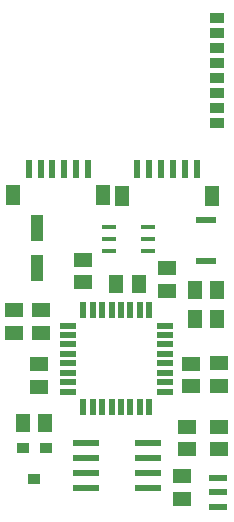
<source format=gtp>
G75*
%MOIN*%
%OFA0B0*%
%FSLAX25Y25*%
%IPPOS*%
%LPD*%
%AMOC8*
5,1,8,0,0,1.08239X$1,22.5*
%
%ADD10R,0.02362X0.06102*%
%ADD11R,0.04724X0.07087*%
%ADD12R,0.05118X0.05906*%
%ADD13R,0.05906X0.05118*%
%ADD14R,0.06693X0.02362*%
%ADD15R,0.05000X0.03543*%
%ADD16R,0.02000X0.05800*%
%ADD17R,0.05800X0.02000*%
%ADD18R,0.08661X0.02362*%
%ADD19R,0.03937X0.03543*%
%ADD20R,0.03937X0.09055*%
%ADD21R,0.04756X0.01575*%
%ADD22R,0.05906X0.01969*%
D10*
X0012903Y0120846D03*
X0016840Y0120846D03*
X0020777Y0120846D03*
X0024714Y0120846D03*
X0028651Y0120846D03*
X0032588Y0120846D03*
X0049146Y0120742D03*
X0053083Y0120742D03*
X0057020Y0120742D03*
X0060957Y0120742D03*
X0064894Y0120742D03*
X0068831Y0120742D03*
D11*
X0073949Y0111982D03*
X0044028Y0111982D03*
X0037706Y0112086D03*
X0007785Y0112086D03*
D12*
X0042073Y0082652D03*
X0049553Y0082652D03*
X0068195Y0080596D03*
X0075675Y0080596D03*
X0075677Y0070660D03*
X0068197Y0070660D03*
X0018432Y0035996D03*
X0010952Y0035996D03*
D13*
X0016194Y0048302D03*
X0016194Y0055782D03*
X0017070Y0066201D03*
X0008134Y0066276D03*
X0008134Y0073757D03*
X0017070Y0073681D03*
X0031097Y0083161D03*
X0031097Y0090641D03*
X0059130Y0087735D03*
X0059130Y0080254D03*
X0066988Y0055943D03*
X0076238Y0056024D03*
X0076238Y0048543D03*
X0066988Y0048463D03*
X0065697Y0034837D03*
X0076425Y0034827D03*
X0076425Y0027347D03*
X0065697Y0027357D03*
X0063880Y0018334D03*
X0063880Y0010854D03*
D14*
X0072153Y0089994D03*
X0072153Y0103774D03*
D15*
X0075719Y0136234D03*
X0075719Y0141234D03*
X0075719Y0146234D03*
X0075719Y0151234D03*
X0075719Y0156234D03*
X0075719Y0161234D03*
X0075719Y0166234D03*
X0075719Y0171234D03*
D16*
X0053102Y0073857D03*
X0050002Y0073857D03*
X0046802Y0073857D03*
X0043702Y0073857D03*
X0040502Y0073857D03*
X0037402Y0073857D03*
X0034202Y0073857D03*
X0031102Y0073857D03*
X0031102Y0041457D03*
X0034202Y0041457D03*
X0037402Y0041457D03*
X0040502Y0041457D03*
X0043702Y0041457D03*
X0046802Y0041457D03*
X0050002Y0041457D03*
X0053102Y0041457D03*
D17*
X0058302Y0046657D03*
X0058302Y0049757D03*
X0058302Y0052957D03*
X0058302Y0056057D03*
X0058302Y0059257D03*
X0058302Y0062357D03*
X0058302Y0065557D03*
X0058302Y0068657D03*
X0025902Y0068657D03*
X0025902Y0065557D03*
X0025902Y0062357D03*
X0025902Y0059257D03*
X0025902Y0056057D03*
X0025902Y0052957D03*
X0025902Y0049757D03*
X0025902Y0046657D03*
D18*
X0032099Y0014423D03*
X0032099Y0019423D03*
X0032099Y0024423D03*
X0032099Y0029423D03*
X0052571Y0029423D03*
X0052571Y0024423D03*
X0052571Y0019423D03*
X0052571Y0014423D03*
D19*
X0018757Y0027809D03*
X0010883Y0027809D03*
X0014820Y0017573D03*
D20*
X0015593Y0087754D03*
X0015593Y0101239D03*
D21*
X0039512Y0101461D03*
X0039512Y0097524D03*
X0039512Y0093587D03*
X0052536Y0093587D03*
X0052536Y0097524D03*
X0052536Y0101461D03*
D22*
X0076074Y0017737D03*
X0076074Y0013013D03*
X0076074Y0008288D03*
M02*

</source>
